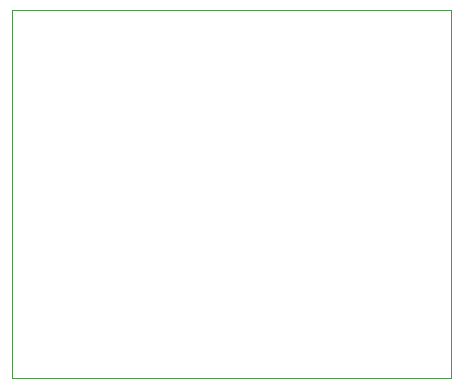
<source format=gbr>
%TF.GenerationSoftware,KiCad,Pcbnew,(6.0.1)*%
%TF.CreationDate,2022-10-12T14:33:58-04:00*%
%TF.ProjectId,DeathClock,44656174-6843-46c6-9f63-6b2e6b696361,rev?*%
%TF.SameCoordinates,Original*%
%TF.FileFunction,Profile,NP*%
%FSLAX46Y46*%
G04 Gerber Fmt 4.6, Leading zero omitted, Abs format (unit mm)*
G04 Created by KiCad (PCBNEW (6.0.1)) date 2022-10-12 14:33:58*
%MOMM*%
%LPD*%
G01*
G04 APERTURE LIST*
%TA.AperFunction,Profile*%
%ADD10C,0.100000*%
%TD*%
G04 APERTURE END LIST*
D10*
X118000000Y-69600000D02*
X155200000Y-69600000D01*
X155200000Y-69600000D02*
X155200000Y-100800000D01*
X155200000Y-100800000D02*
X118000000Y-100800000D01*
X118000000Y-100800000D02*
X118000000Y-69600000D01*
M02*

</source>
